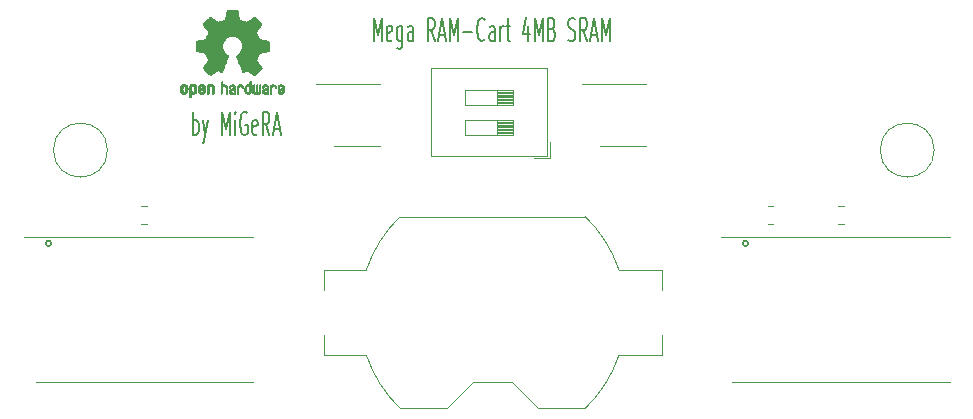
<source format=gto>
G04 #@! TF.GenerationSoftware,KiCad,Pcbnew,(5.1.10)-1*
G04 #@! TF.CreationDate,2024-02-11T23:09:16+03:00*
G04 #@! TF.ProjectId,4m_cy62167e_x2,346d5f63-7936-4323-9136-37655f78322e,1*
G04 #@! TF.SameCoordinates,Original*
G04 #@! TF.FileFunction,Legend,Top*
G04 #@! TF.FilePolarity,Positive*
%FSLAX46Y46*%
G04 Gerber Fmt 4.6, Leading zero omitted, Abs format (unit mm)*
G04 Created by KiCad (PCBNEW (5.1.10)-1) date 2024-02-11 23:09:16*
%MOMM*%
%LPD*%
G01*
G04 APERTURE LIST*
%ADD10C,0.200000*%
%ADD11C,0.120000*%
%ADD12C,0.100000*%
%ADD13C,0.150000*%
%ADD14C,0.010000*%
G04 APERTURE END LIST*
D10*
X80126342Y-148250161D02*
X80126342Y-146250161D01*
X80126342Y-147012066D02*
X80221580Y-146916828D01*
X80412057Y-146916828D01*
X80507295Y-147012066D01*
X80554914Y-147107304D01*
X80602533Y-147297780D01*
X80602533Y-147869209D01*
X80554914Y-148059685D01*
X80507295Y-148154923D01*
X80412057Y-148250161D01*
X80221580Y-148250161D01*
X80126342Y-148154923D01*
X80935866Y-146916828D02*
X81173961Y-148250161D01*
X81412057Y-146916828D02*
X81173961Y-148250161D01*
X81078723Y-148726352D01*
X81031104Y-148821590D01*
X80935866Y-148916828D01*
X82554914Y-148250161D02*
X82554914Y-146250161D01*
X82888247Y-147678733D01*
X83221580Y-146250161D01*
X83221580Y-148250161D01*
X83697771Y-148250161D02*
X83697771Y-146916828D01*
X83697771Y-146250161D02*
X83650152Y-146345400D01*
X83697771Y-146440638D01*
X83745390Y-146345400D01*
X83697771Y-146250161D01*
X83697771Y-146440638D01*
X84697771Y-146345400D02*
X84602533Y-146250161D01*
X84459676Y-146250161D01*
X84316819Y-146345400D01*
X84221580Y-146535876D01*
X84173961Y-146726352D01*
X84126342Y-147107304D01*
X84126342Y-147393019D01*
X84173961Y-147773971D01*
X84221580Y-147964447D01*
X84316819Y-148154923D01*
X84459676Y-148250161D01*
X84554914Y-148250161D01*
X84697771Y-148154923D01*
X84745390Y-148059685D01*
X84745390Y-147393019D01*
X84554914Y-147393019D01*
X85554914Y-148154923D02*
X85459676Y-148250161D01*
X85269199Y-148250161D01*
X85173961Y-148154923D01*
X85126342Y-147964447D01*
X85126342Y-147202542D01*
X85173961Y-147012066D01*
X85269199Y-146916828D01*
X85459676Y-146916828D01*
X85554914Y-147012066D01*
X85602533Y-147202542D01*
X85602533Y-147393019D01*
X85126342Y-147583495D01*
X86602533Y-148250161D02*
X86269199Y-147297780D01*
X86031104Y-148250161D02*
X86031104Y-146250161D01*
X86412057Y-146250161D01*
X86507295Y-146345400D01*
X86554914Y-146440638D01*
X86602533Y-146631114D01*
X86602533Y-146916828D01*
X86554914Y-147107304D01*
X86507295Y-147202542D01*
X86412057Y-147297780D01*
X86031104Y-147297780D01*
X86983485Y-147678733D02*
X87459676Y-147678733D01*
X86888247Y-148250161D02*
X87221580Y-146250161D01*
X87554914Y-148250161D01*
X95435400Y-140299961D02*
X95435400Y-138299961D01*
X95768733Y-139728533D01*
X96102066Y-138299961D01*
X96102066Y-140299961D01*
X96959209Y-140204723D02*
X96863971Y-140299961D01*
X96673495Y-140299961D01*
X96578257Y-140204723D01*
X96530638Y-140014247D01*
X96530638Y-139252342D01*
X96578257Y-139061866D01*
X96673495Y-138966628D01*
X96863971Y-138966628D01*
X96959209Y-139061866D01*
X97006828Y-139252342D01*
X97006828Y-139442819D01*
X96530638Y-139633295D01*
X97863971Y-138966628D02*
X97863971Y-140585676D01*
X97816352Y-140776152D01*
X97768733Y-140871390D01*
X97673495Y-140966628D01*
X97530638Y-140966628D01*
X97435400Y-140871390D01*
X97863971Y-140204723D02*
X97768733Y-140299961D01*
X97578257Y-140299961D01*
X97483019Y-140204723D01*
X97435400Y-140109485D01*
X97387780Y-139919009D01*
X97387780Y-139347580D01*
X97435400Y-139157104D01*
X97483019Y-139061866D01*
X97578257Y-138966628D01*
X97768733Y-138966628D01*
X97863971Y-139061866D01*
X98768733Y-140299961D02*
X98768733Y-139252342D01*
X98721114Y-139061866D01*
X98625876Y-138966628D01*
X98435400Y-138966628D01*
X98340161Y-139061866D01*
X98768733Y-140204723D02*
X98673495Y-140299961D01*
X98435400Y-140299961D01*
X98340161Y-140204723D01*
X98292542Y-140014247D01*
X98292542Y-139823771D01*
X98340161Y-139633295D01*
X98435400Y-139538057D01*
X98673495Y-139538057D01*
X98768733Y-139442819D01*
X100578257Y-140299961D02*
X100244923Y-139347580D01*
X100006828Y-140299961D02*
X100006828Y-138299961D01*
X100387780Y-138299961D01*
X100483019Y-138395200D01*
X100530638Y-138490438D01*
X100578257Y-138680914D01*
X100578257Y-138966628D01*
X100530638Y-139157104D01*
X100483019Y-139252342D01*
X100387780Y-139347580D01*
X100006828Y-139347580D01*
X100959209Y-139728533D02*
X101435400Y-139728533D01*
X100863971Y-140299961D02*
X101197304Y-138299961D01*
X101530638Y-140299961D01*
X101863971Y-140299961D02*
X101863971Y-138299961D01*
X102197304Y-139728533D01*
X102530638Y-138299961D01*
X102530638Y-140299961D01*
X103006828Y-139538057D02*
X103768733Y-139538057D01*
X104816352Y-140109485D02*
X104768733Y-140204723D01*
X104625876Y-140299961D01*
X104530638Y-140299961D01*
X104387780Y-140204723D01*
X104292542Y-140014247D01*
X104244923Y-139823771D01*
X104197304Y-139442819D01*
X104197304Y-139157104D01*
X104244923Y-138776152D01*
X104292542Y-138585676D01*
X104387780Y-138395200D01*
X104530638Y-138299961D01*
X104625876Y-138299961D01*
X104768733Y-138395200D01*
X104816352Y-138490438D01*
X105673495Y-140299961D02*
X105673495Y-139252342D01*
X105625876Y-139061866D01*
X105530638Y-138966628D01*
X105340161Y-138966628D01*
X105244923Y-139061866D01*
X105673495Y-140204723D02*
X105578257Y-140299961D01*
X105340161Y-140299961D01*
X105244923Y-140204723D01*
X105197304Y-140014247D01*
X105197304Y-139823771D01*
X105244923Y-139633295D01*
X105340161Y-139538057D01*
X105578257Y-139538057D01*
X105673495Y-139442819D01*
X106149685Y-140299961D02*
X106149685Y-138966628D01*
X106149685Y-139347580D02*
X106197304Y-139157104D01*
X106244923Y-139061866D01*
X106340161Y-138966628D01*
X106435400Y-138966628D01*
X106625876Y-138966628D02*
X107006828Y-138966628D01*
X106768733Y-138299961D02*
X106768733Y-140014247D01*
X106816352Y-140204723D01*
X106911590Y-140299961D01*
X107006828Y-140299961D01*
X108530638Y-138966628D02*
X108530638Y-140299961D01*
X108292542Y-138204723D02*
X108054447Y-139633295D01*
X108673495Y-139633295D01*
X109054447Y-140299961D02*
X109054447Y-138299961D01*
X109387780Y-139728533D01*
X109721114Y-138299961D01*
X109721114Y-140299961D01*
X110530638Y-139252342D02*
X110673495Y-139347580D01*
X110721114Y-139442819D01*
X110768733Y-139633295D01*
X110768733Y-139919009D01*
X110721114Y-140109485D01*
X110673495Y-140204723D01*
X110578257Y-140299961D01*
X110197304Y-140299961D01*
X110197304Y-138299961D01*
X110530638Y-138299961D01*
X110625876Y-138395200D01*
X110673495Y-138490438D01*
X110721114Y-138680914D01*
X110721114Y-138871390D01*
X110673495Y-139061866D01*
X110625876Y-139157104D01*
X110530638Y-139252342D01*
X110197304Y-139252342D01*
X111911590Y-140204723D02*
X112054447Y-140299961D01*
X112292542Y-140299961D01*
X112387780Y-140204723D01*
X112435400Y-140109485D01*
X112483019Y-139919009D01*
X112483019Y-139728533D01*
X112435400Y-139538057D01*
X112387780Y-139442819D01*
X112292542Y-139347580D01*
X112102066Y-139252342D01*
X112006828Y-139157104D01*
X111959209Y-139061866D01*
X111911590Y-138871390D01*
X111911590Y-138680914D01*
X111959209Y-138490438D01*
X112006828Y-138395200D01*
X112102066Y-138299961D01*
X112340161Y-138299961D01*
X112483019Y-138395200D01*
X113483019Y-140299961D02*
X113149685Y-139347580D01*
X112911590Y-140299961D02*
X112911590Y-138299961D01*
X113292542Y-138299961D01*
X113387780Y-138395200D01*
X113435400Y-138490438D01*
X113483019Y-138680914D01*
X113483019Y-138966628D01*
X113435400Y-139157104D01*
X113387780Y-139252342D01*
X113292542Y-139347580D01*
X112911590Y-139347580D01*
X113863971Y-139728533D02*
X114340161Y-139728533D01*
X113768733Y-140299961D02*
X114102066Y-138299961D01*
X114435400Y-140299961D01*
X114768733Y-140299961D02*
X114768733Y-138299961D01*
X115102066Y-139728533D01*
X115435400Y-138299961D01*
X115435400Y-140299961D01*
D11*
X94000000Y-143865000D02*
X90550000Y-143865000D01*
X94000000Y-143865000D02*
X95950000Y-143865000D01*
X94000000Y-149135000D02*
X92050000Y-149135000D01*
X94000000Y-149135000D02*
X95950000Y-149135000D01*
X116500000Y-143865000D02*
X113050000Y-143865000D01*
X116500000Y-143865000D02*
X118450000Y-143865000D01*
X116500000Y-149135000D02*
X114550000Y-149135000D01*
X116500000Y-149135000D02*
X118450000Y-149135000D01*
X128772936Y-155735000D02*
X129227064Y-155735000D01*
X128772936Y-154265000D02*
X129227064Y-154265000D01*
X110140000Y-149969000D02*
X100240000Y-149969000D01*
X110140000Y-142589000D02*
X100240000Y-142589000D01*
X110140000Y-149969000D02*
X110140000Y-142589000D01*
X100240000Y-149969000D02*
X100240000Y-142589000D01*
X110380000Y-150209000D02*
X108996000Y-150209000D01*
X110380000Y-150209000D02*
X110380000Y-148826000D01*
X107220000Y-148184000D02*
X107220000Y-146914000D01*
X107220000Y-146914000D02*
X103160000Y-146914000D01*
X103160000Y-146914000D02*
X103160000Y-148184000D01*
X103160000Y-148184000D02*
X107220000Y-148184000D01*
X107220000Y-148064000D02*
X105866667Y-148064000D01*
X107220000Y-147944000D02*
X105866667Y-147944000D01*
X107220000Y-147824000D02*
X105866667Y-147824000D01*
X107220000Y-147704000D02*
X105866667Y-147704000D01*
X107220000Y-147584000D02*
X105866667Y-147584000D01*
X107220000Y-147464000D02*
X105866667Y-147464000D01*
X107220000Y-147344000D02*
X105866667Y-147344000D01*
X107220000Y-147224000D02*
X105866667Y-147224000D01*
X107220000Y-147104000D02*
X105866667Y-147104000D01*
X107220000Y-146984000D02*
X105866667Y-146984000D01*
X105866667Y-148184000D02*
X105866667Y-146914000D01*
X107220000Y-145644000D02*
X107220000Y-144374000D01*
X107220000Y-144374000D02*
X103160000Y-144374000D01*
X103160000Y-144374000D02*
X103160000Y-145644000D01*
X103160000Y-145644000D02*
X107220000Y-145644000D01*
X107220000Y-145524000D02*
X105866667Y-145524000D01*
X107220000Y-145404000D02*
X105866667Y-145404000D01*
X107220000Y-145284000D02*
X105866667Y-145284000D01*
X107220000Y-145164000D02*
X105866667Y-145164000D01*
X107220000Y-145044000D02*
X105866667Y-145044000D01*
X107220000Y-144924000D02*
X105866667Y-144924000D01*
X107220000Y-144804000D02*
X105866667Y-144804000D01*
X107220000Y-144684000D02*
X105866667Y-144684000D01*
X107220000Y-144564000D02*
X105866667Y-144564000D01*
X107220000Y-144444000D02*
X105866667Y-144444000D01*
X105866667Y-145644000D02*
X105866667Y-144374000D01*
D12*
X85200000Y-156880000D02*
X65800000Y-156880000D01*
D11*
X66800000Y-169120000D02*
X85200000Y-169120000D01*
D13*
X68123607Y-157400000D02*
G75*
G03*
X68123607Y-157400000I-223607J0D01*
G01*
D12*
X144200000Y-156880000D02*
X124800000Y-156880000D01*
D11*
X125800000Y-169120000D02*
X144200000Y-169120000D01*
D13*
X127123607Y-157400000D02*
G75*
G03*
X127123607Y-157400000I-223607J0D01*
G01*
D11*
X72886000Y-149500000D02*
G75*
G03*
X72886000Y-149500000I-2286000J0D01*
G01*
D14*
G36*
X80207886Y-143897505D02*
G01*
X80282539Y-143934727D01*
X80348431Y-144003261D01*
X80366577Y-144028648D01*
X80386345Y-144061866D01*
X80399172Y-144097945D01*
X80406510Y-144146098D01*
X80409813Y-144215536D01*
X80410538Y-144307206D01*
X80407263Y-144432830D01*
X80395877Y-144527154D01*
X80374041Y-144597523D01*
X80339419Y-144651286D01*
X80289670Y-144695788D01*
X80286014Y-144698423D01*
X80236985Y-144725377D01*
X80177945Y-144738712D01*
X80102859Y-144742000D01*
X79980795Y-144742000D01*
X79980744Y-144860497D01*
X79979608Y-144926492D01*
X79972686Y-144965202D01*
X79954598Y-144988419D01*
X79919962Y-145007933D01*
X79911645Y-145011920D01*
X79872720Y-145030603D01*
X79842583Y-145042403D01*
X79820174Y-145043422D01*
X79804433Y-145029761D01*
X79794302Y-144997522D01*
X79788723Y-144942804D01*
X79786635Y-144861711D01*
X79786981Y-144750344D01*
X79788700Y-144604802D01*
X79789237Y-144561269D01*
X79791172Y-144411205D01*
X79792904Y-144313042D01*
X79980692Y-144313042D01*
X79981748Y-144396364D01*
X79986438Y-144450880D01*
X79997051Y-144486837D01*
X80015872Y-144514482D01*
X80028650Y-144527965D01*
X80080890Y-144567417D01*
X80127142Y-144570628D01*
X80174867Y-144538049D01*
X80176077Y-144536846D01*
X80195494Y-144511668D01*
X80207307Y-144477447D01*
X80213265Y-144424748D01*
X80215120Y-144344131D01*
X80215154Y-144326271D01*
X80210670Y-144215175D01*
X80196074Y-144138161D01*
X80169650Y-144091147D01*
X80129683Y-144070050D01*
X80106584Y-144067923D01*
X80051762Y-144077900D01*
X80014158Y-144110752D01*
X79991523Y-144170857D01*
X79981606Y-144262598D01*
X79980692Y-144313042D01*
X79792904Y-144313042D01*
X79793222Y-144295060D01*
X79795873Y-144207679D01*
X79799606Y-144143905D01*
X79804907Y-144098582D01*
X79812258Y-144066555D01*
X79822143Y-144042668D01*
X79835046Y-144021764D01*
X79840579Y-144013898D01*
X79913969Y-143939595D01*
X80006760Y-143897467D01*
X80114096Y-143885722D01*
X80207886Y-143897505D01*
G37*
X80207886Y-143897505D02*
X80282539Y-143934727D01*
X80348431Y-144003261D01*
X80366577Y-144028648D01*
X80386345Y-144061866D01*
X80399172Y-144097945D01*
X80406510Y-144146098D01*
X80409813Y-144215536D01*
X80410538Y-144307206D01*
X80407263Y-144432830D01*
X80395877Y-144527154D01*
X80374041Y-144597523D01*
X80339419Y-144651286D01*
X80289670Y-144695788D01*
X80286014Y-144698423D01*
X80236985Y-144725377D01*
X80177945Y-144738712D01*
X80102859Y-144742000D01*
X79980795Y-144742000D01*
X79980744Y-144860497D01*
X79979608Y-144926492D01*
X79972686Y-144965202D01*
X79954598Y-144988419D01*
X79919962Y-145007933D01*
X79911645Y-145011920D01*
X79872720Y-145030603D01*
X79842583Y-145042403D01*
X79820174Y-145043422D01*
X79804433Y-145029761D01*
X79794302Y-144997522D01*
X79788723Y-144942804D01*
X79786635Y-144861711D01*
X79786981Y-144750344D01*
X79788700Y-144604802D01*
X79789237Y-144561269D01*
X79791172Y-144411205D01*
X79792904Y-144313042D01*
X79980692Y-144313042D01*
X79981748Y-144396364D01*
X79986438Y-144450880D01*
X79997051Y-144486837D01*
X80015872Y-144514482D01*
X80028650Y-144527965D01*
X80080890Y-144567417D01*
X80127142Y-144570628D01*
X80174867Y-144538049D01*
X80176077Y-144536846D01*
X80195494Y-144511668D01*
X80207307Y-144477447D01*
X80213265Y-144424748D01*
X80215120Y-144344131D01*
X80215154Y-144326271D01*
X80210670Y-144215175D01*
X80196074Y-144138161D01*
X80169650Y-144091147D01*
X80129683Y-144070050D01*
X80106584Y-144067923D01*
X80051762Y-144077900D01*
X80014158Y-144110752D01*
X79991523Y-144170857D01*
X79981606Y-144262598D01*
X79980692Y-144313042D01*
X79792904Y-144313042D01*
X79793222Y-144295060D01*
X79795873Y-144207679D01*
X79799606Y-144143905D01*
X79804907Y-144098582D01*
X79812258Y-144066555D01*
X79822143Y-144042668D01*
X79835046Y-144021764D01*
X79840579Y-144013898D01*
X79913969Y-143939595D01*
X80006760Y-143897467D01*
X80114096Y-143885722D01*
X80207886Y-143897505D01*
G36*
X81710664Y-143908089D02*
G01*
X81773367Y-143944358D01*
X81816961Y-143980358D01*
X81848845Y-144018075D01*
X81870810Y-144064199D01*
X81884649Y-144125421D01*
X81892153Y-144208431D01*
X81895117Y-144319919D01*
X81895461Y-144400062D01*
X81895461Y-144695065D01*
X81729385Y-144769515D01*
X81719615Y-144446402D01*
X81715579Y-144325729D01*
X81711344Y-144238141D01*
X81706097Y-144177650D01*
X81699025Y-144138268D01*
X81689311Y-144114007D01*
X81676144Y-144098880D01*
X81671919Y-144095606D01*
X81607909Y-144070034D01*
X81543208Y-144080153D01*
X81504692Y-144107000D01*
X81489025Y-144126024D01*
X81478180Y-144150988D01*
X81471288Y-144188834D01*
X81467479Y-144246502D01*
X81465883Y-144330935D01*
X81465615Y-144418928D01*
X81465563Y-144529323D01*
X81463672Y-144607463D01*
X81457345Y-144660165D01*
X81443983Y-144694242D01*
X81420985Y-144716511D01*
X81385754Y-144733787D01*
X81338697Y-144751738D01*
X81287303Y-144771278D01*
X81293421Y-144424485D01*
X81295884Y-144299468D01*
X81298767Y-144207082D01*
X81302898Y-144140881D01*
X81309107Y-144094420D01*
X81318226Y-144061256D01*
X81331083Y-144034944D01*
X81346584Y-144011729D01*
X81421371Y-143937569D01*
X81512628Y-143894684D01*
X81611883Y-143884412D01*
X81710664Y-143908089D01*
G37*
X81710664Y-143908089D02*
X81773367Y-143944358D01*
X81816961Y-143980358D01*
X81848845Y-144018075D01*
X81870810Y-144064199D01*
X81884649Y-144125421D01*
X81892153Y-144208431D01*
X81895117Y-144319919D01*
X81895461Y-144400062D01*
X81895461Y-144695065D01*
X81729385Y-144769515D01*
X81719615Y-144446402D01*
X81715579Y-144325729D01*
X81711344Y-144238141D01*
X81706097Y-144177650D01*
X81699025Y-144138268D01*
X81689311Y-144114007D01*
X81676144Y-144098880D01*
X81671919Y-144095606D01*
X81607909Y-144070034D01*
X81543208Y-144080153D01*
X81504692Y-144107000D01*
X81489025Y-144126024D01*
X81478180Y-144150988D01*
X81471288Y-144188834D01*
X81467479Y-144246502D01*
X81465883Y-144330935D01*
X81465615Y-144418928D01*
X81465563Y-144529323D01*
X81463672Y-144607463D01*
X81457345Y-144660165D01*
X81443983Y-144694242D01*
X81420985Y-144716511D01*
X81385754Y-144733787D01*
X81338697Y-144751738D01*
X81287303Y-144771278D01*
X81293421Y-144424485D01*
X81295884Y-144299468D01*
X81298767Y-144207082D01*
X81302898Y-144140881D01*
X81309107Y-144094420D01*
X81318226Y-144061256D01*
X81331083Y-144034944D01*
X81346584Y-144011729D01*
X81421371Y-143937569D01*
X81512628Y-143894684D01*
X81611883Y-143884412D01*
X81710664Y-143908089D01*
G36*
X79455886Y-143900256D02*
G01*
X79547464Y-143948409D01*
X79615049Y-144025905D01*
X79639057Y-144075727D01*
X79657738Y-144150533D01*
X79667301Y-144245052D01*
X79668208Y-144348210D01*
X79660921Y-144448935D01*
X79645903Y-144536153D01*
X79623615Y-144598791D01*
X79616765Y-144609579D01*
X79535632Y-144690105D01*
X79439266Y-144738336D01*
X79334701Y-144752450D01*
X79228968Y-144730629D01*
X79199543Y-144717547D01*
X79142241Y-144677231D01*
X79091950Y-144623775D01*
X79087197Y-144616995D01*
X79067878Y-144584321D01*
X79055108Y-144549394D01*
X79047564Y-144503414D01*
X79043924Y-144437584D01*
X79042865Y-144343105D01*
X79042846Y-144321923D01*
X79042894Y-144315182D01*
X79238231Y-144315182D01*
X79239368Y-144404349D01*
X79243841Y-144463520D01*
X79253246Y-144501741D01*
X79269176Y-144528053D01*
X79277308Y-144536846D01*
X79324058Y-144570261D01*
X79369447Y-144568737D01*
X79415340Y-144539752D01*
X79442712Y-144508809D01*
X79458923Y-144463643D01*
X79468026Y-144392420D01*
X79468651Y-144384114D01*
X79470204Y-144255037D01*
X79453965Y-144159172D01*
X79420152Y-144097107D01*
X79368984Y-144069432D01*
X79350720Y-144067923D01*
X79302760Y-144075513D01*
X79269953Y-144101808D01*
X79249895Y-144152095D01*
X79240178Y-144231664D01*
X79238231Y-144315182D01*
X79042894Y-144315182D01*
X79043574Y-144221249D01*
X79046629Y-144150906D01*
X79053322Y-144102163D01*
X79064960Y-144066288D01*
X79082853Y-144034548D01*
X79086808Y-144028648D01*
X79153267Y-143949104D01*
X79225685Y-143902929D01*
X79313849Y-143884599D01*
X79343787Y-143883703D01*
X79455886Y-143900256D01*
G37*
X79455886Y-143900256D02*
X79547464Y-143948409D01*
X79615049Y-144025905D01*
X79639057Y-144075727D01*
X79657738Y-144150533D01*
X79667301Y-144245052D01*
X79668208Y-144348210D01*
X79660921Y-144448935D01*
X79645903Y-144536153D01*
X79623615Y-144598791D01*
X79616765Y-144609579D01*
X79535632Y-144690105D01*
X79439266Y-144738336D01*
X79334701Y-144752450D01*
X79228968Y-144730629D01*
X79199543Y-144717547D01*
X79142241Y-144677231D01*
X79091950Y-144623775D01*
X79087197Y-144616995D01*
X79067878Y-144584321D01*
X79055108Y-144549394D01*
X79047564Y-144503414D01*
X79043924Y-144437584D01*
X79042865Y-144343105D01*
X79042846Y-144321923D01*
X79042894Y-144315182D01*
X79238231Y-144315182D01*
X79239368Y-144404349D01*
X79243841Y-144463520D01*
X79253246Y-144501741D01*
X79269176Y-144528053D01*
X79277308Y-144536846D01*
X79324058Y-144570261D01*
X79369447Y-144568737D01*
X79415340Y-144539752D01*
X79442712Y-144508809D01*
X79458923Y-144463643D01*
X79468026Y-144392420D01*
X79468651Y-144384114D01*
X79470204Y-144255037D01*
X79453965Y-144159172D01*
X79420152Y-144097107D01*
X79368984Y-144069432D01*
X79350720Y-144067923D01*
X79302760Y-144075513D01*
X79269953Y-144101808D01*
X79249895Y-144152095D01*
X79240178Y-144231664D01*
X79238231Y-144315182D01*
X79042894Y-144315182D01*
X79043574Y-144221249D01*
X79046629Y-144150906D01*
X79053322Y-144102163D01*
X79064960Y-144066288D01*
X79082853Y-144034548D01*
X79086808Y-144028648D01*
X79153267Y-143949104D01*
X79225685Y-143902929D01*
X79313849Y-143884599D01*
X79343787Y-143883703D01*
X79455886Y-143900256D01*
G36*
X80973254Y-143912745D02*
G01*
X81050286Y-143964567D01*
X81109816Y-144039412D01*
X81145378Y-144134654D01*
X81152571Y-144204756D01*
X81151754Y-144234009D01*
X81144914Y-144256407D01*
X81126112Y-144276474D01*
X81089408Y-144298733D01*
X81028862Y-144327709D01*
X80938534Y-144367927D01*
X80938077Y-144368129D01*
X80854933Y-144406210D01*
X80786753Y-144440025D01*
X80740505Y-144465933D01*
X80723158Y-144480295D01*
X80723154Y-144480411D01*
X80738443Y-144511685D01*
X80774196Y-144546157D01*
X80815242Y-144570990D01*
X80836037Y-144575923D01*
X80892770Y-144558862D01*
X80941627Y-144516133D01*
X80965465Y-144469155D01*
X80988397Y-144434522D01*
X81033318Y-144395081D01*
X81086123Y-144361009D01*
X81132710Y-144342480D01*
X81142452Y-144341462D01*
X81153418Y-144358215D01*
X81154079Y-144401039D01*
X81146020Y-144458781D01*
X81130827Y-144520289D01*
X81110086Y-144574409D01*
X81109038Y-144576510D01*
X81046621Y-144663660D01*
X80965726Y-144722939D01*
X80873856Y-144752034D01*
X80778513Y-144748634D01*
X80687198Y-144710428D01*
X80683138Y-144707741D01*
X80611306Y-144642642D01*
X80564073Y-144557705D01*
X80537934Y-144446021D01*
X80534426Y-144414643D01*
X80528213Y-144266536D01*
X80535661Y-144197468D01*
X80723154Y-144197468D01*
X80725590Y-144240552D01*
X80738914Y-144253126D01*
X80772132Y-144243719D01*
X80824494Y-144221483D01*
X80883024Y-144193610D01*
X80884479Y-144192872D01*
X80934089Y-144166777D01*
X80954000Y-144149363D01*
X80949090Y-144131107D01*
X80928416Y-144107120D01*
X80875819Y-144072406D01*
X80819177Y-144069856D01*
X80768369Y-144095119D01*
X80733276Y-144143847D01*
X80723154Y-144197468D01*
X80535661Y-144197468D01*
X80540992Y-144148036D01*
X80573778Y-144054055D01*
X80619421Y-143988215D01*
X80701802Y-143921681D01*
X80792546Y-143888676D01*
X80885185Y-143886573D01*
X80973254Y-143912745D01*
G37*
X80973254Y-143912745D02*
X81050286Y-143964567D01*
X81109816Y-144039412D01*
X81145378Y-144134654D01*
X81152571Y-144204756D01*
X81151754Y-144234009D01*
X81144914Y-144256407D01*
X81126112Y-144276474D01*
X81089408Y-144298733D01*
X81028862Y-144327709D01*
X80938534Y-144367927D01*
X80938077Y-144368129D01*
X80854933Y-144406210D01*
X80786753Y-144440025D01*
X80740505Y-144465933D01*
X80723158Y-144480295D01*
X80723154Y-144480411D01*
X80738443Y-144511685D01*
X80774196Y-144546157D01*
X80815242Y-144570990D01*
X80836037Y-144575923D01*
X80892770Y-144558862D01*
X80941627Y-144516133D01*
X80965465Y-144469155D01*
X80988397Y-144434522D01*
X81033318Y-144395081D01*
X81086123Y-144361009D01*
X81132710Y-144342480D01*
X81142452Y-144341462D01*
X81153418Y-144358215D01*
X81154079Y-144401039D01*
X81146020Y-144458781D01*
X81130827Y-144520289D01*
X81110086Y-144574409D01*
X81109038Y-144576510D01*
X81046621Y-144663660D01*
X80965726Y-144722939D01*
X80873856Y-144752034D01*
X80778513Y-144748634D01*
X80687198Y-144710428D01*
X80683138Y-144707741D01*
X80611306Y-144642642D01*
X80564073Y-144557705D01*
X80537934Y-144446021D01*
X80534426Y-144414643D01*
X80528213Y-144266536D01*
X80535661Y-144197468D01*
X80723154Y-144197468D01*
X80725590Y-144240552D01*
X80738914Y-144253126D01*
X80772132Y-144243719D01*
X80824494Y-144221483D01*
X80883024Y-144193610D01*
X80884479Y-144192872D01*
X80934089Y-144166777D01*
X80954000Y-144149363D01*
X80949090Y-144131107D01*
X80928416Y-144107120D01*
X80875819Y-144072406D01*
X80819177Y-144069856D01*
X80768369Y-144095119D01*
X80733276Y-144143847D01*
X80723154Y-144197468D01*
X80535661Y-144197468D01*
X80540992Y-144148036D01*
X80573778Y-144054055D01*
X80619421Y-143988215D01*
X80701802Y-143921681D01*
X80792546Y-143888676D01*
X80885185Y-143886573D01*
X80973254Y-143912745D01*
G36*
X82598846Y-143805120D02*
G01*
X82604572Y-143884980D01*
X82611149Y-143932039D01*
X82620262Y-143952566D01*
X82633598Y-143952829D01*
X82637923Y-143950378D01*
X82695444Y-143932636D01*
X82770268Y-143933672D01*
X82846339Y-143951910D01*
X82893918Y-143975505D01*
X82942702Y-144013198D01*
X82978364Y-144055855D01*
X83002845Y-144110057D01*
X83018087Y-144182384D01*
X83026030Y-144279419D01*
X83028616Y-144407742D01*
X83028662Y-144432358D01*
X83028692Y-144708870D01*
X82967161Y-144730320D01*
X82923459Y-144744912D01*
X82899482Y-144751706D01*
X82898777Y-144751769D01*
X82896415Y-144733345D01*
X82894406Y-144682526D01*
X82892901Y-144605993D01*
X82892053Y-144510430D01*
X82891923Y-144452329D01*
X82891651Y-144337771D01*
X82890252Y-144255667D01*
X82886849Y-144199393D01*
X82880567Y-144162326D01*
X82870529Y-144137844D01*
X82855861Y-144119325D01*
X82846702Y-144110406D01*
X82783789Y-144074466D01*
X82715136Y-144071775D01*
X82652848Y-144102170D01*
X82641329Y-144113144D01*
X82624433Y-144133779D01*
X82612714Y-144158256D01*
X82605233Y-144193647D01*
X82601054Y-144247026D01*
X82599237Y-144325466D01*
X82598846Y-144433617D01*
X82598846Y-144708870D01*
X82537315Y-144730320D01*
X82493613Y-144744912D01*
X82469636Y-144751706D01*
X82468930Y-144751769D01*
X82467126Y-144733069D01*
X82465500Y-144680322D01*
X82464117Y-144598557D01*
X82463042Y-144492805D01*
X82462340Y-144368094D01*
X82462077Y-144229455D01*
X82462077Y-143694806D01*
X82589077Y-143641236D01*
X82598846Y-143805120D01*
G37*
X82598846Y-143805120D02*
X82604572Y-143884980D01*
X82611149Y-143932039D01*
X82620262Y-143952566D01*
X82633598Y-143952829D01*
X82637923Y-143950378D01*
X82695444Y-143932636D01*
X82770268Y-143933672D01*
X82846339Y-143951910D01*
X82893918Y-143975505D01*
X82942702Y-144013198D01*
X82978364Y-144055855D01*
X83002845Y-144110057D01*
X83018087Y-144182384D01*
X83026030Y-144279419D01*
X83028616Y-144407742D01*
X83028662Y-144432358D01*
X83028692Y-144708870D01*
X82967161Y-144730320D01*
X82923459Y-144744912D01*
X82899482Y-144751706D01*
X82898777Y-144751769D01*
X82896415Y-144733345D01*
X82894406Y-144682526D01*
X82892901Y-144605993D01*
X82892053Y-144510430D01*
X82891923Y-144452329D01*
X82891651Y-144337771D01*
X82890252Y-144255667D01*
X82886849Y-144199393D01*
X82880567Y-144162326D01*
X82870529Y-144137844D01*
X82855861Y-144119325D01*
X82846702Y-144110406D01*
X82783789Y-144074466D01*
X82715136Y-144071775D01*
X82652848Y-144102170D01*
X82641329Y-144113144D01*
X82624433Y-144133779D01*
X82612714Y-144158256D01*
X82605233Y-144193647D01*
X82601054Y-144247026D01*
X82599237Y-144325466D01*
X82598846Y-144433617D01*
X82598846Y-144708870D01*
X82537315Y-144730320D01*
X82493613Y-144744912D01*
X82469636Y-144751706D01*
X82468930Y-144751769D01*
X82467126Y-144733069D01*
X82465500Y-144680322D01*
X82464117Y-144598557D01*
X82463042Y-144492805D01*
X82462340Y-144368094D01*
X82462077Y-144229455D01*
X82462077Y-143694806D01*
X82589077Y-143641236D01*
X82598846Y-143805120D01*
G36*
X83492501Y-143939303D02*
G01*
X83569060Y-143967733D01*
X83569936Y-143968279D01*
X83617285Y-144003127D01*
X83652241Y-144043852D01*
X83676825Y-144096925D01*
X83693062Y-144168814D01*
X83702975Y-144265992D01*
X83708586Y-144394928D01*
X83709077Y-144413298D01*
X83716141Y-144690287D01*
X83656695Y-144721028D01*
X83613681Y-144741802D01*
X83587710Y-144751646D01*
X83586509Y-144751769D01*
X83582014Y-144733606D01*
X83578444Y-144684612D01*
X83576248Y-144613031D01*
X83575769Y-144555068D01*
X83575758Y-144461170D01*
X83571466Y-144402203D01*
X83556503Y-144374079D01*
X83524482Y-144372706D01*
X83469014Y-144393998D01*
X83385269Y-144433136D01*
X83323689Y-144465643D01*
X83292017Y-144493845D01*
X83282706Y-144524582D01*
X83282692Y-144526104D01*
X83298057Y-144579054D01*
X83343547Y-144607660D01*
X83413166Y-144611803D01*
X83463313Y-144611084D01*
X83489754Y-144625527D01*
X83506243Y-144660218D01*
X83515733Y-144704416D01*
X83502057Y-144729493D01*
X83496907Y-144733082D01*
X83448425Y-144747496D01*
X83380531Y-144749537D01*
X83310612Y-144739983D01*
X83261068Y-144722522D01*
X83192570Y-144664364D01*
X83153634Y-144583408D01*
X83145923Y-144520160D01*
X83151807Y-144463111D01*
X83173101Y-144416542D01*
X83215265Y-144375181D01*
X83283759Y-144333755D01*
X83384044Y-144286993D01*
X83390154Y-144284350D01*
X83480490Y-144242617D01*
X83536235Y-144208391D01*
X83560129Y-144177635D01*
X83554913Y-144146311D01*
X83523328Y-144110383D01*
X83513883Y-144102116D01*
X83450617Y-144070058D01*
X83385064Y-144071407D01*
X83327972Y-144102838D01*
X83290093Y-144161024D01*
X83286574Y-144172446D01*
X83252300Y-144227837D01*
X83208809Y-144254518D01*
X83145923Y-144280960D01*
X83145923Y-144212548D01*
X83165052Y-144113110D01*
X83221831Y-144021902D01*
X83251378Y-143991389D01*
X83318542Y-143952228D01*
X83403956Y-143934500D01*
X83492501Y-143939303D01*
G37*
X83492501Y-143939303D02*
X83569060Y-143967733D01*
X83569936Y-143968279D01*
X83617285Y-144003127D01*
X83652241Y-144043852D01*
X83676825Y-144096925D01*
X83693062Y-144168814D01*
X83702975Y-144265992D01*
X83708586Y-144394928D01*
X83709077Y-144413298D01*
X83716141Y-144690287D01*
X83656695Y-144721028D01*
X83613681Y-144741802D01*
X83587710Y-144751646D01*
X83586509Y-144751769D01*
X83582014Y-144733606D01*
X83578444Y-144684612D01*
X83576248Y-144613031D01*
X83575769Y-144555068D01*
X83575758Y-144461170D01*
X83571466Y-144402203D01*
X83556503Y-144374079D01*
X83524482Y-144372706D01*
X83469014Y-144393998D01*
X83385269Y-144433136D01*
X83323689Y-144465643D01*
X83292017Y-144493845D01*
X83282706Y-144524582D01*
X83282692Y-144526104D01*
X83298057Y-144579054D01*
X83343547Y-144607660D01*
X83413166Y-144611803D01*
X83463313Y-144611084D01*
X83489754Y-144625527D01*
X83506243Y-144660218D01*
X83515733Y-144704416D01*
X83502057Y-144729493D01*
X83496907Y-144733082D01*
X83448425Y-144747496D01*
X83380531Y-144749537D01*
X83310612Y-144739983D01*
X83261068Y-144722522D01*
X83192570Y-144664364D01*
X83153634Y-144583408D01*
X83145923Y-144520160D01*
X83151807Y-144463111D01*
X83173101Y-144416542D01*
X83215265Y-144375181D01*
X83283759Y-144333755D01*
X83384044Y-144286993D01*
X83390154Y-144284350D01*
X83480490Y-144242617D01*
X83536235Y-144208391D01*
X83560129Y-144177635D01*
X83554913Y-144146311D01*
X83523328Y-144110383D01*
X83513883Y-144102116D01*
X83450617Y-144070058D01*
X83385064Y-144071407D01*
X83327972Y-144102838D01*
X83290093Y-144161024D01*
X83286574Y-144172446D01*
X83252300Y-144227837D01*
X83208809Y-144254518D01*
X83145923Y-144280960D01*
X83145923Y-144212548D01*
X83165052Y-144113110D01*
X83221831Y-144021902D01*
X83251378Y-143991389D01*
X83318542Y-143952228D01*
X83403956Y-143934500D01*
X83492501Y-143939303D01*
G36*
X84152362Y-143937670D02*
G01*
X84241117Y-143970421D01*
X84313022Y-144028350D01*
X84341144Y-144069128D01*
X84371802Y-144143954D01*
X84371165Y-144198058D01*
X84338987Y-144234446D01*
X84327081Y-144240633D01*
X84275675Y-144259925D01*
X84249422Y-144254982D01*
X84240530Y-144222587D01*
X84240077Y-144204692D01*
X84223797Y-144138859D01*
X84181365Y-144092807D01*
X84122388Y-144070564D01*
X84056475Y-144076161D01*
X84002895Y-144105229D01*
X83984798Y-144121810D01*
X83971971Y-144141925D01*
X83963306Y-144172332D01*
X83957696Y-144219788D01*
X83954035Y-144291050D01*
X83951215Y-144392875D01*
X83950484Y-144425115D01*
X83947820Y-144535410D01*
X83944792Y-144613036D01*
X83940250Y-144664396D01*
X83933046Y-144695890D01*
X83922033Y-144713920D01*
X83906060Y-144724888D01*
X83895834Y-144729733D01*
X83852406Y-144746301D01*
X83826842Y-144751769D01*
X83818395Y-144733507D01*
X83813239Y-144678296D01*
X83811346Y-144585499D01*
X83812689Y-144454478D01*
X83813107Y-144434269D01*
X83816058Y-144314733D01*
X83819548Y-144227449D01*
X83824514Y-144165591D01*
X83831893Y-144122336D01*
X83842624Y-144090860D01*
X83857645Y-144064339D01*
X83865502Y-144052975D01*
X83910553Y-144002692D01*
X83960940Y-143963581D01*
X83967108Y-143960167D01*
X84057458Y-143933212D01*
X84152362Y-143937670D01*
G37*
X84152362Y-143937670D02*
X84241117Y-143970421D01*
X84313022Y-144028350D01*
X84341144Y-144069128D01*
X84371802Y-144143954D01*
X84371165Y-144198058D01*
X84338987Y-144234446D01*
X84327081Y-144240633D01*
X84275675Y-144259925D01*
X84249422Y-144254982D01*
X84240530Y-144222587D01*
X84240077Y-144204692D01*
X84223797Y-144138859D01*
X84181365Y-144092807D01*
X84122388Y-144070564D01*
X84056475Y-144076161D01*
X84002895Y-144105229D01*
X83984798Y-144121810D01*
X83971971Y-144141925D01*
X83963306Y-144172332D01*
X83957696Y-144219788D01*
X83954035Y-144291050D01*
X83951215Y-144392875D01*
X83950484Y-144425115D01*
X83947820Y-144535410D01*
X83944792Y-144613036D01*
X83940250Y-144664396D01*
X83933046Y-144695890D01*
X83922033Y-144713920D01*
X83906060Y-144724888D01*
X83895834Y-144729733D01*
X83852406Y-144746301D01*
X83826842Y-144751769D01*
X83818395Y-144733507D01*
X83813239Y-144678296D01*
X83811346Y-144585499D01*
X83812689Y-144454478D01*
X83813107Y-144434269D01*
X83816058Y-144314733D01*
X83819548Y-144227449D01*
X83824514Y-144165591D01*
X83831893Y-144122336D01*
X83842624Y-144090860D01*
X83857645Y-144064339D01*
X83865502Y-144052975D01*
X83910553Y-144002692D01*
X83960940Y-143963581D01*
X83967108Y-143960167D01*
X84057458Y-143933212D01*
X84152362Y-143937670D01*
G36*
X85041081Y-144093289D02*
G01*
X85040833Y-144239320D01*
X85039872Y-144351655D01*
X85037794Y-144435678D01*
X85034193Y-144496769D01*
X85028665Y-144540309D01*
X85020804Y-144571679D01*
X85010207Y-144596262D01*
X85002182Y-144610294D01*
X84935728Y-144686388D01*
X84851470Y-144734084D01*
X84758249Y-144751199D01*
X84664900Y-144735546D01*
X84609312Y-144707418D01*
X84550957Y-144658760D01*
X84511186Y-144599333D01*
X84487190Y-144521507D01*
X84476161Y-144417652D01*
X84474599Y-144341462D01*
X84474809Y-144335986D01*
X84611308Y-144335986D01*
X84612141Y-144423355D01*
X84615961Y-144481192D01*
X84624746Y-144519029D01*
X84640474Y-144546398D01*
X84659266Y-144567042D01*
X84722375Y-144606890D01*
X84790137Y-144610295D01*
X84854179Y-144577025D01*
X84859164Y-144572517D01*
X84880439Y-144549067D01*
X84893779Y-144521166D01*
X84901001Y-144479641D01*
X84903923Y-144415316D01*
X84904385Y-144344200D01*
X84903383Y-144254858D01*
X84899238Y-144195258D01*
X84890236Y-144156089D01*
X84874667Y-144128040D01*
X84861902Y-144113144D01*
X84802600Y-144075575D01*
X84734301Y-144071057D01*
X84669110Y-144099753D01*
X84656528Y-144110406D01*
X84635111Y-144134063D01*
X84621744Y-144162251D01*
X84614566Y-144204245D01*
X84611719Y-144269319D01*
X84611308Y-144335986D01*
X84474809Y-144335986D01*
X84479322Y-144218765D01*
X84495362Y-144126577D01*
X84525528Y-144057269D01*
X84572629Y-144003211D01*
X84609312Y-143975505D01*
X84675990Y-143945572D01*
X84753272Y-143931678D01*
X84825110Y-143935397D01*
X84865308Y-143950400D01*
X84881082Y-143954670D01*
X84891550Y-143938750D01*
X84898856Y-143896089D01*
X84904385Y-143831106D01*
X84910437Y-143758732D01*
X84918844Y-143715187D01*
X84934141Y-143690287D01*
X84960864Y-143673845D01*
X84977654Y-143666564D01*
X85041154Y-143639963D01*
X85041081Y-144093289D01*
G37*
X85041081Y-144093289D02*
X85040833Y-144239320D01*
X85039872Y-144351655D01*
X85037794Y-144435678D01*
X85034193Y-144496769D01*
X85028665Y-144540309D01*
X85020804Y-144571679D01*
X85010207Y-144596262D01*
X85002182Y-144610294D01*
X84935728Y-144686388D01*
X84851470Y-144734084D01*
X84758249Y-144751199D01*
X84664900Y-144735546D01*
X84609312Y-144707418D01*
X84550957Y-144658760D01*
X84511186Y-144599333D01*
X84487190Y-144521507D01*
X84476161Y-144417652D01*
X84474599Y-144341462D01*
X84474809Y-144335986D01*
X84611308Y-144335986D01*
X84612141Y-144423355D01*
X84615961Y-144481192D01*
X84624746Y-144519029D01*
X84640474Y-144546398D01*
X84659266Y-144567042D01*
X84722375Y-144606890D01*
X84790137Y-144610295D01*
X84854179Y-144577025D01*
X84859164Y-144572517D01*
X84880439Y-144549067D01*
X84893779Y-144521166D01*
X84901001Y-144479641D01*
X84903923Y-144415316D01*
X84904385Y-144344200D01*
X84903383Y-144254858D01*
X84899238Y-144195258D01*
X84890236Y-144156089D01*
X84874667Y-144128040D01*
X84861902Y-144113144D01*
X84802600Y-144075575D01*
X84734301Y-144071057D01*
X84669110Y-144099753D01*
X84656528Y-144110406D01*
X84635111Y-144134063D01*
X84621744Y-144162251D01*
X84614566Y-144204245D01*
X84611719Y-144269319D01*
X84611308Y-144335986D01*
X84474809Y-144335986D01*
X84479322Y-144218765D01*
X84495362Y-144126577D01*
X84525528Y-144057269D01*
X84572629Y-144003211D01*
X84609312Y-143975505D01*
X84675990Y-143945572D01*
X84753272Y-143931678D01*
X84825110Y-143935397D01*
X84865308Y-143950400D01*
X84881082Y-143954670D01*
X84891550Y-143938750D01*
X84898856Y-143896089D01*
X84904385Y-143831106D01*
X84910437Y-143758732D01*
X84918844Y-143715187D01*
X84934141Y-143690287D01*
X84960864Y-143673845D01*
X84977654Y-143666564D01*
X85041154Y-143639963D01*
X85041081Y-144093289D01*
G36*
X85834929Y-143949662D02*
G01*
X85837911Y-144001068D01*
X85840247Y-144079192D01*
X85841749Y-144177857D01*
X85842231Y-144281343D01*
X85842231Y-144631533D01*
X85780401Y-144693363D01*
X85737793Y-144731462D01*
X85700390Y-144746895D01*
X85649270Y-144745918D01*
X85628978Y-144743433D01*
X85565554Y-144736200D01*
X85513095Y-144732055D01*
X85500308Y-144731672D01*
X85457199Y-144734176D01*
X85395544Y-144740462D01*
X85371638Y-144743433D01*
X85312922Y-144748028D01*
X85273464Y-144738046D01*
X85234338Y-144707228D01*
X85220215Y-144693363D01*
X85158385Y-144631533D01*
X85158385Y-143976503D01*
X85208150Y-143953829D01*
X85251002Y-143937034D01*
X85276073Y-143931154D01*
X85282501Y-143949736D01*
X85288509Y-144001655D01*
X85293697Y-144081172D01*
X85297664Y-144182546D01*
X85299577Y-144268192D01*
X85304923Y-144605231D01*
X85351560Y-144611825D01*
X85393976Y-144607214D01*
X85414760Y-144592287D01*
X85420570Y-144564377D01*
X85425530Y-144504925D01*
X85429246Y-144421466D01*
X85431324Y-144321532D01*
X85431624Y-144270104D01*
X85431923Y-143974054D01*
X85493454Y-143952604D01*
X85537004Y-143938020D01*
X85560694Y-143931219D01*
X85561377Y-143931154D01*
X85563754Y-143949642D01*
X85566366Y-144000906D01*
X85568995Y-144078649D01*
X85571421Y-144176574D01*
X85573115Y-144268192D01*
X85578461Y-144605231D01*
X85695692Y-144605231D01*
X85701072Y-144297746D01*
X85706451Y-143990261D01*
X85763601Y-143960707D01*
X85805797Y-143940413D01*
X85830770Y-143931204D01*
X85831491Y-143931154D01*
X85834929Y-143949662D01*
G37*
X85834929Y-143949662D02*
X85837911Y-144001068D01*
X85840247Y-144079192D01*
X85841749Y-144177857D01*
X85842231Y-144281343D01*
X85842231Y-144631533D01*
X85780401Y-144693363D01*
X85737793Y-144731462D01*
X85700390Y-144746895D01*
X85649270Y-144745918D01*
X85628978Y-144743433D01*
X85565554Y-144736200D01*
X85513095Y-144732055D01*
X85500308Y-144731672D01*
X85457199Y-144734176D01*
X85395544Y-144740462D01*
X85371638Y-144743433D01*
X85312922Y-144748028D01*
X85273464Y-144738046D01*
X85234338Y-144707228D01*
X85220215Y-144693363D01*
X85158385Y-144631533D01*
X85158385Y-143976503D01*
X85208150Y-143953829D01*
X85251002Y-143937034D01*
X85276073Y-143931154D01*
X85282501Y-143949736D01*
X85288509Y-144001655D01*
X85293697Y-144081172D01*
X85297664Y-144182546D01*
X85299577Y-144268192D01*
X85304923Y-144605231D01*
X85351560Y-144611825D01*
X85393976Y-144607214D01*
X85414760Y-144592287D01*
X85420570Y-144564377D01*
X85425530Y-144504925D01*
X85429246Y-144421466D01*
X85431324Y-144321532D01*
X85431624Y-144270104D01*
X85431923Y-143974054D01*
X85493454Y-143952604D01*
X85537004Y-143938020D01*
X85560694Y-143931219D01*
X85561377Y-143931154D01*
X85563754Y-143949642D01*
X85566366Y-144000906D01*
X85568995Y-144078649D01*
X85571421Y-144176574D01*
X85573115Y-144268192D01*
X85578461Y-144605231D01*
X85695692Y-144605231D01*
X85701072Y-144297746D01*
X85706451Y-143990261D01*
X85763601Y-143960707D01*
X85805797Y-143940413D01*
X85830770Y-143931204D01*
X85831491Y-143931154D01*
X85834929Y-143949662D01*
G36*
X86326333Y-143946528D02*
G01*
X86382590Y-143972117D01*
X86426747Y-144003124D01*
X86459101Y-144037795D01*
X86481438Y-144082520D01*
X86495546Y-144143692D01*
X86503211Y-144227701D01*
X86506220Y-144340940D01*
X86506538Y-144415509D01*
X86506538Y-144706420D01*
X86456773Y-144729095D01*
X86417576Y-144745667D01*
X86398157Y-144751769D01*
X86394442Y-144733610D01*
X86391495Y-144684648D01*
X86389691Y-144613153D01*
X86389308Y-144556385D01*
X86387661Y-144474371D01*
X86383222Y-144409309D01*
X86376740Y-144369467D01*
X86371590Y-144361000D01*
X86336977Y-144369646D01*
X86282640Y-144391823D01*
X86219722Y-144421886D01*
X86159368Y-144454192D01*
X86112721Y-144483098D01*
X86090926Y-144502961D01*
X86090839Y-144503175D01*
X86092714Y-144539935D01*
X86109525Y-144575026D01*
X86139039Y-144603528D01*
X86182116Y-144613061D01*
X86218932Y-144611950D01*
X86271074Y-144611133D01*
X86298444Y-144623349D01*
X86314882Y-144655624D01*
X86316955Y-144661710D01*
X86324081Y-144707739D01*
X86305024Y-144735687D01*
X86255353Y-144749007D01*
X86201697Y-144751470D01*
X86105142Y-144733210D01*
X86055159Y-144707131D01*
X85993429Y-144645868D01*
X85960690Y-144570670D01*
X85957753Y-144491211D01*
X85985424Y-144417167D01*
X86027047Y-144370769D01*
X86068604Y-144344793D01*
X86133922Y-144311907D01*
X86210038Y-144278557D01*
X86222726Y-144273461D01*
X86306333Y-144236565D01*
X86354530Y-144204046D01*
X86370030Y-144171718D01*
X86355550Y-144135394D01*
X86330692Y-144107000D01*
X86271939Y-144072039D01*
X86207293Y-144069417D01*
X86148008Y-144096358D01*
X86105339Y-144150088D01*
X86099739Y-144163950D01*
X86067133Y-144214936D01*
X86019530Y-144252787D01*
X85959461Y-144283850D01*
X85959461Y-144195768D01*
X85962997Y-144141951D01*
X85978156Y-144099534D01*
X86011768Y-144054279D01*
X86044035Y-144019420D01*
X86094209Y-143970062D01*
X86133193Y-143943547D01*
X86175064Y-143932911D01*
X86222460Y-143931154D01*
X86326333Y-143946528D01*
G37*
X86326333Y-143946528D02*
X86382590Y-143972117D01*
X86426747Y-144003124D01*
X86459101Y-144037795D01*
X86481438Y-144082520D01*
X86495546Y-144143692D01*
X86503211Y-144227701D01*
X86506220Y-144340940D01*
X86506538Y-144415509D01*
X86506538Y-144706420D01*
X86456773Y-144729095D01*
X86417576Y-144745667D01*
X86398157Y-144751769D01*
X86394442Y-144733610D01*
X86391495Y-144684648D01*
X86389691Y-144613153D01*
X86389308Y-144556385D01*
X86387661Y-144474371D01*
X86383222Y-144409309D01*
X86376740Y-144369467D01*
X86371590Y-144361000D01*
X86336977Y-144369646D01*
X86282640Y-144391823D01*
X86219722Y-144421886D01*
X86159368Y-144454192D01*
X86112721Y-144483098D01*
X86090926Y-144502961D01*
X86090839Y-144503175D01*
X86092714Y-144539935D01*
X86109525Y-144575026D01*
X86139039Y-144603528D01*
X86182116Y-144613061D01*
X86218932Y-144611950D01*
X86271074Y-144611133D01*
X86298444Y-144623349D01*
X86314882Y-144655624D01*
X86316955Y-144661710D01*
X86324081Y-144707739D01*
X86305024Y-144735687D01*
X86255353Y-144749007D01*
X86201697Y-144751470D01*
X86105142Y-144733210D01*
X86055159Y-144707131D01*
X85993429Y-144645868D01*
X85960690Y-144570670D01*
X85957753Y-144491211D01*
X85985424Y-144417167D01*
X86027047Y-144370769D01*
X86068604Y-144344793D01*
X86133922Y-144311907D01*
X86210038Y-144278557D01*
X86222726Y-144273461D01*
X86306333Y-144236565D01*
X86354530Y-144204046D01*
X86370030Y-144171718D01*
X86355550Y-144135394D01*
X86330692Y-144107000D01*
X86271939Y-144072039D01*
X86207293Y-144069417D01*
X86148008Y-144096358D01*
X86105339Y-144150088D01*
X86099739Y-144163950D01*
X86067133Y-144214936D01*
X86019530Y-144252787D01*
X85959461Y-144283850D01*
X85959461Y-144195768D01*
X85962997Y-144141951D01*
X85978156Y-144099534D01*
X86011768Y-144054279D01*
X86044035Y-144019420D01*
X86094209Y-143970062D01*
X86133193Y-143943547D01*
X86175064Y-143932911D01*
X86222460Y-143931154D01*
X86326333Y-143946528D01*
G36*
X87009807Y-143949782D02*
G01*
X87033161Y-143959988D01*
X87088902Y-144004134D01*
X87136569Y-144067967D01*
X87166048Y-144136087D01*
X87170846Y-144169670D01*
X87154760Y-144216556D01*
X87119475Y-144241365D01*
X87081644Y-144256387D01*
X87064321Y-144259155D01*
X87055886Y-144239066D01*
X87039230Y-144195351D01*
X87031923Y-144175598D01*
X86990948Y-144107271D01*
X86931622Y-144073191D01*
X86855552Y-144074239D01*
X86849918Y-144075581D01*
X86809305Y-144094836D01*
X86779448Y-144132375D01*
X86759055Y-144192809D01*
X86746836Y-144280751D01*
X86741500Y-144400813D01*
X86741000Y-144464698D01*
X86740752Y-144565403D01*
X86739126Y-144634054D01*
X86734801Y-144677673D01*
X86726454Y-144703282D01*
X86712765Y-144717903D01*
X86692411Y-144728558D01*
X86691234Y-144729095D01*
X86652038Y-144745667D01*
X86632619Y-144751769D01*
X86629635Y-144733319D01*
X86627081Y-144682323D01*
X86625140Y-144605308D01*
X86623997Y-144508805D01*
X86623769Y-144438184D01*
X86624932Y-144301525D01*
X86629479Y-144197851D01*
X86638999Y-144121108D01*
X86655081Y-144065246D01*
X86679313Y-144024212D01*
X86713286Y-143991954D01*
X86746833Y-143969440D01*
X86827499Y-143939476D01*
X86921381Y-143932718D01*
X87009807Y-143949782D01*
G37*
X87009807Y-143949782D02*
X87033161Y-143959988D01*
X87088902Y-144004134D01*
X87136569Y-144067967D01*
X87166048Y-144136087D01*
X87170846Y-144169670D01*
X87154760Y-144216556D01*
X87119475Y-144241365D01*
X87081644Y-144256387D01*
X87064321Y-144259155D01*
X87055886Y-144239066D01*
X87039230Y-144195351D01*
X87031923Y-144175598D01*
X86990948Y-144107271D01*
X86931622Y-144073191D01*
X86855552Y-144074239D01*
X86849918Y-144075581D01*
X86809305Y-144094836D01*
X86779448Y-144132375D01*
X86759055Y-144192809D01*
X86746836Y-144280751D01*
X86741500Y-144400813D01*
X86741000Y-144464698D01*
X86740752Y-144565403D01*
X86739126Y-144634054D01*
X86734801Y-144677673D01*
X86726454Y-144703282D01*
X86712765Y-144717903D01*
X86692411Y-144728558D01*
X86691234Y-144729095D01*
X86652038Y-144745667D01*
X86632619Y-144751769D01*
X86629635Y-144733319D01*
X86627081Y-144682323D01*
X86625140Y-144605308D01*
X86623997Y-144508805D01*
X86623769Y-144438184D01*
X86624932Y-144301525D01*
X86629479Y-144197851D01*
X86638999Y-144121108D01*
X86655081Y-144065246D01*
X86679313Y-144024212D01*
X86713286Y-143991954D01*
X86746833Y-143969440D01*
X86827499Y-143939476D01*
X86921381Y-143932718D01*
X87009807Y-143949782D01*
G36*
X87684224Y-143960838D02*
G01*
X87761528Y-144011361D01*
X87798814Y-144056590D01*
X87828353Y-144138663D01*
X87830699Y-144203607D01*
X87825385Y-144290445D01*
X87625115Y-144378103D01*
X87527739Y-144422887D01*
X87464113Y-144458913D01*
X87431029Y-144490117D01*
X87425280Y-144520436D01*
X87443658Y-144553805D01*
X87463923Y-144575923D01*
X87522889Y-144611393D01*
X87587024Y-144613879D01*
X87645926Y-144586235D01*
X87689197Y-144531320D01*
X87696936Y-144511928D01*
X87734006Y-144451364D01*
X87776654Y-144425552D01*
X87835154Y-144403471D01*
X87835154Y-144487184D01*
X87829982Y-144544150D01*
X87809723Y-144592189D01*
X87767262Y-144647346D01*
X87760951Y-144654514D01*
X87713720Y-144703585D01*
X87673121Y-144729920D01*
X87622328Y-144742035D01*
X87580220Y-144746003D01*
X87504902Y-144746991D01*
X87451286Y-144734466D01*
X87417838Y-144715869D01*
X87365268Y-144674975D01*
X87328879Y-144630748D01*
X87305850Y-144575126D01*
X87293359Y-144500047D01*
X87288587Y-144397449D01*
X87288206Y-144345376D01*
X87289501Y-144282948D01*
X87407471Y-144282948D01*
X87408839Y-144316438D01*
X87412249Y-144321923D01*
X87434753Y-144314472D01*
X87483182Y-144294753D01*
X87547908Y-144266718D01*
X87561443Y-144260692D01*
X87643244Y-144219096D01*
X87688312Y-144182538D01*
X87698217Y-144148296D01*
X87674526Y-144113648D01*
X87654960Y-144098339D01*
X87584360Y-144067721D01*
X87518280Y-144072780D01*
X87462959Y-144110151D01*
X87424636Y-144176473D01*
X87412349Y-144229116D01*
X87407471Y-144282948D01*
X87289501Y-144282948D01*
X87290730Y-144223720D01*
X87300032Y-144133710D01*
X87318460Y-144068167D01*
X87348360Y-144019912D01*
X87392080Y-143981767D01*
X87411141Y-143969440D01*
X87497726Y-143937336D01*
X87592522Y-143935316D01*
X87684224Y-143960838D01*
G37*
X87684224Y-143960838D02*
X87761528Y-144011361D01*
X87798814Y-144056590D01*
X87828353Y-144138663D01*
X87830699Y-144203607D01*
X87825385Y-144290445D01*
X87625115Y-144378103D01*
X87527739Y-144422887D01*
X87464113Y-144458913D01*
X87431029Y-144490117D01*
X87425280Y-144520436D01*
X87443658Y-144553805D01*
X87463923Y-144575923D01*
X87522889Y-144611393D01*
X87587024Y-144613879D01*
X87645926Y-144586235D01*
X87689197Y-144531320D01*
X87696936Y-144511928D01*
X87734006Y-144451364D01*
X87776654Y-144425552D01*
X87835154Y-144403471D01*
X87835154Y-144487184D01*
X87829982Y-144544150D01*
X87809723Y-144592189D01*
X87767262Y-144647346D01*
X87760951Y-144654514D01*
X87713720Y-144703585D01*
X87673121Y-144729920D01*
X87622328Y-144742035D01*
X87580220Y-144746003D01*
X87504902Y-144746991D01*
X87451286Y-144734466D01*
X87417838Y-144715869D01*
X87365268Y-144674975D01*
X87328879Y-144630748D01*
X87305850Y-144575126D01*
X87293359Y-144500047D01*
X87288587Y-144397449D01*
X87288206Y-144345376D01*
X87289501Y-144282948D01*
X87407471Y-144282948D01*
X87408839Y-144316438D01*
X87412249Y-144321923D01*
X87434753Y-144314472D01*
X87483182Y-144294753D01*
X87547908Y-144266718D01*
X87561443Y-144260692D01*
X87643244Y-144219096D01*
X87688312Y-144182538D01*
X87698217Y-144148296D01*
X87674526Y-144113648D01*
X87654960Y-144098339D01*
X87584360Y-144067721D01*
X87518280Y-144072780D01*
X87462959Y-144110151D01*
X87424636Y-144176473D01*
X87412349Y-144229116D01*
X87407471Y-144282948D01*
X87289501Y-144282948D01*
X87290730Y-144223720D01*
X87300032Y-144133710D01*
X87318460Y-144068167D01*
X87348360Y-144019912D01*
X87392080Y-143981767D01*
X87411141Y-143969440D01*
X87497726Y-143937336D01*
X87592522Y-143935316D01*
X87684224Y-143960838D01*
G36*
X83578878Y-137600776D02*
G01*
X83684612Y-137601355D01*
X83761132Y-137602922D01*
X83813372Y-137605972D01*
X83846263Y-137610996D01*
X83864737Y-137618489D01*
X83873727Y-137628944D01*
X83878163Y-137642853D01*
X83878594Y-137644654D01*
X83885333Y-137677145D01*
X83897808Y-137741252D01*
X83914719Y-137830151D01*
X83934771Y-137937019D01*
X83956664Y-138055033D01*
X83957429Y-138059178D01*
X83979359Y-138174831D01*
X83999877Y-138277014D01*
X84017659Y-138359598D01*
X84031381Y-138416456D01*
X84039718Y-138441458D01*
X84040116Y-138441901D01*
X84064677Y-138454110D01*
X84115315Y-138474456D01*
X84181095Y-138498545D01*
X84181461Y-138498674D01*
X84264317Y-138529818D01*
X84362000Y-138569491D01*
X84454077Y-138609381D01*
X84458434Y-138611353D01*
X84608407Y-138679420D01*
X84940498Y-138452639D01*
X85042374Y-138383504D01*
X85134657Y-138321697D01*
X85212003Y-138270733D01*
X85269064Y-138234127D01*
X85300495Y-138215394D01*
X85303479Y-138214004D01*
X85326321Y-138220190D01*
X85368982Y-138250035D01*
X85433128Y-138304947D01*
X85520421Y-138386334D01*
X85609535Y-138472922D01*
X85695441Y-138558247D01*
X85772327Y-138636108D01*
X85835564Y-138701697D01*
X85880523Y-138750205D01*
X85902576Y-138776825D01*
X85903396Y-138778195D01*
X85905834Y-138796463D01*
X85896650Y-138826295D01*
X85873574Y-138871721D01*
X85834337Y-138936770D01*
X85776670Y-139025470D01*
X85699795Y-139139657D01*
X85631570Y-139240162D01*
X85570582Y-139330303D01*
X85520356Y-139404849D01*
X85484416Y-139458565D01*
X85466287Y-139486218D01*
X85465146Y-139488095D01*
X85467359Y-139514590D01*
X85484138Y-139566086D01*
X85512142Y-139632851D01*
X85522122Y-139654172D01*
X85565672Y-139749159D01*
X85612134Y-139856937D01*
X85649877Y-139950192D01*
X85677073Y-140019406D01*
X85698675Y-140072006D01*
X85711158Y-140099497D01*
X85712709Y-140101616D01*
X85735668Y-140105124D01*
X85789786Y-140114738D01*
X85867868Y-140129089D01*
X85962719Y-140146807D01*
X86067143Y-140166525D01*
X86173944Y-140186874D01*
X86275926Y-140206486D01*
X86365894Y-140223991D01*
X86436653Y-140238022D01*
X86481006Y-140247209D01*
X86491885Y-140249807D01*
X86503122Y-140256218D01*
X86511605Y-140270697D01*
X86517714Y-140298133D01*
X86521832Y-140343411D01*
X86524341Y-140411420D01*
X86525621Y-140507047D01*
X86526054Y-140635180D01*
X86526077Y-140687701D01*
X86526077Y-141114845D01*
X86423500Y-141135091D01*
X86366431Y-141146070D01*
X86281269Y-141162095D01*
X86178372Y-141181233D01*
X86068096Y-141201551D01*
X86037615Y-141207132D01*
X85935855Y-141226917D01*
X85847205Y-141246373D01*
X85779108Y-141263697D01*
X85739004Y-141277088D01*
X85732323Y-141281079D01*
X85715919Y-141309342D01*
X85692399Y-141364109D01*
X85666316Y-141434588D01*
X85661142Y-141449769D01*
X85626956Y-141543896D01*
X85584523Y-141650101D01*
X85542997Y-141745473D01*
X85542792Y-141745916D01*
X85473640Y-141895525D01*
X85928512Y-142564617D01*
X85636500Y-142857116D01*
X85548180Y-142944170D01*
X85467625Y-143020909D01*
X85399360Y-143083237D01*
X85347908Y-143127056D01*
X85317794Y-143148270D01*
X85313474Y-143149616D01*
X85288111Y-143139016D01*
X85236358Y-143109547D01*
X85163868Y-143064705D01*
X85076294Y-143007984D01*
X84981612Y-142944462D01*
X84885516Y-142879668D01*
X84799837Y-142823287D01*
X84730016Y-142778788D01*
X84681494Y-142749639D01*
X84659782Y-142739308D01*
X84633293Y-142748050D01*
X84583062Y-142771087D01*
X84519451Y-142803631D01*
X84512708Y-142807249D01*
X84427046Y-142850210D01*
X84368306Y-142871279D01*
X84331772Y-142871503D01*
X84312731Y-142851928D01*
X84312620Y-142851654D01*
X84303102Y-142828472D01*
X84280403Y-142773441D01*
X84246282Y-142690822D01*
X84202500Y-142584872D01*
X84150816Y-142459852D01*
X84092992Y-142320020D01*
X84036991Y-142184637D01*
X83975447Y-142035234D01*
X83918939Y-141896832D01*
X83869161Y-141773673D01*
X83827806Y-141670002D01*
X83796568Y-141590059D01*
X83777141Y-141538088D01*
X83771154Y-141518692D01*
X83786168Y-141496443D01*
X83825439Y-141460982D01*
X83877807Y-141421887D01*
X84026941Y-141298245D01*
X84143511Y-141156522D01*
X84226118Y-140999704D01*
X84273366Y-140830775D01*
X84283857Y-140652722D01*
X84276231Y-140570539D01*
X84234682Y-140400031D01*
X84163123Y-140249459D01*
X84065995Y-140120309D01*
X83947734Y-140014064D01*
X83812780Y-139932210D01*
X83665571Y-139876232D01*
X83510544Y-139847615D01*
X83352139Y-139847844D01*
X83194794Y-139878405D01*
X83042946Y-139940782D01*
X82901035Y-140036460D01*
X82841803Y-140090572D01*
X82728203Y-140229520D01*
X82649106Y-140381361D01*
X82603986Y-140541667D01*
X82592316Y-140706012D01*
X82613569Y-140869971D01*
X82667220Y-141029118D01*
X82752740Y-141179025D01*
X82869605Y-141315267D01*
X83000193Y-141421887D01*
X83054588Y-141462642D01*
X83093014Y-141497718D01*
X83106846Y-141518726D01*
X83099603Y-141541635D01*
X83079005Y-141596365D01*
X83046746Y-141678672D01*
X83004521Y-141784315D01*
X82954023Y-141909050D01*
X82896948Y-142048636D01*
X82840854Y-142184670D01*
X82778967Y-142334201D01*
X82721644Y-142472767D01*
X82670644Y-142596107D01*
X82627727Y-142699964D01*
X82594653Y-142780080D01*
X82573181Y-142832195D01*
X82565225Y-142851654D01*
X82546429Y-142871423D01*
X82510074Y-142871365D01*
X82451479Y-142850441D01*
X82365968Y-142807613D01*
X82365292Y-142807249D01*
X82300907Y-142774012D01*
X82248861Y-142749802D01*
X82219512Y-142739404D01*
X82218217Y-142739308D01*
X82196124Y-142749855D01*
X82147348Y-142779184D01*
X82077331Y-142823827D01*
X81991514Y-142880314D01*
X81896388Y-142944462D01*
X81799540Y-143009411D01*
X81712253Y-143065896D01*
X81640181Y-143110421D01*
X81588977Y-143139490D01*
X81564526Y-143149616D01*
X81542010Y-143136307D01*
X81496742Y-143099112D01*
X81433244Y-143042128D01*
X81356039Y-142969449D01*
X81269651Y-142885171D01*
X81241399Y-142857016D01*
X80949287Y-142564416D01*
X81171631Y-142238104D01*
X81239202Y-142137897D01*
X81298507Y-142047963D01*
X81346217Y-141973510D01*
X81379007Y-141919751D01*
X81393548Y-141891894D01*
X81393974Y-141889912D01*
X81386308Y-141863655D01*
X81365689Y-141810837D01*
X81335685Y-141740310D01*
X81314625Y-141693093D01*
X81275248Y-141602694D01*
X81238165Y-141511366D01*
X81209415Y-141434200D01*
X81201605Y-141410692D01*
X81179417Y-141347916D01*
X81157727Y-141299411D01*
X81145813Y-141281079D01*
X81119523Y-141269859D01*
X81062142Y-141253954D01*
X80981118Y-141235167D01*
X80883895Y-141215299D01*
X80840385Y-141207132D01*
X80729896Y-141186829D01*
X80623916Y-141167170D01*
X80532801Y-141150088D01*
X80466908Y-141137518D01*
X80454500Y-141135091D01*
X80351923Y-141114845D01*
X80351923Y-140687701D01*
X80352153Y-140547246D01*
X80353099Y-140440979D01*
X80355141Y-140364013D01*
X80358662Y-140311460D01*
X80364043Y-140278433D01*
X80371666Y-140260045D01*
X80381912Y-140251408D01*
X80386115Y-140249807D01*
X80411470Y-140244127D01*
X80467484Y-140232795D01*
X80546964Y-140217179D01*
X80642712Y-140198647D01*
X80747533Y-140178569D01*
X80854232Y-140158312D01*
X80955613Y-140139246D01*
X81044479Y-140122739D01*
X81113637Y-140110159D01*
X81155889Y-140102875D01*
X81165290Y-140101616D01*
X81173807Y-140084763D01*
X81192660Y-140039870D01*
X81218324Y-139975430D01*
X81228123Y-139950192D01*
X81267648Y-139852686D01*
X81314192Y-139744959D01*
X81355877Y-139654172D01*
X81386550Y-139584753D01*
X81406956Y-139527710D01*
X81413768Y-139492777D01*
X81412682Y-139488095D01*
X81398285Y-139465991D01*
X81365412Y-139416831D01*
X81317590Y-139345848D01*
X81258348Y-139258278D01*
X81191215Y-139159357D01*
X81177941Y-139139830D01*
X81100046Y-139024140D01*
X81042787Y-138936044D01*
X81003881Y-138871486D01*
X80981044Y-138826411D01*
X80971994Y-138796763D01*
X80974448Y-138778485D01*
X80974511Y-138778369D01*
X80993827Y-138754361D01*
X81036551Y-138707947D01*
X81098051Y-138643937D01*
X81173698Y-138567145D01*
X81258861Y-138482382D01*
X81268465Y-138472922D01*
X81375790Y-138368989D01*
X81458615Y-138292675D01*
X81518605Y-138242571D01*
X81557423Y-138217270D01*
X81574520Y-138214004D01*
X81599473Y-138228250D01*
X81651255Y-138261156D01*
X81724520Y-138309208D01*
X81813920Y-138368890D01*
X81914111Y-138436688D01*
X81937501Y-138452639D01*
X82269593Y-138679420D01*
X82419565Y-138611353D01*
X82510770Y-138571685D01*
X82608669Y-138531791D01*
X82692831Y-138499983D01*
X82696538Y-138498674D01*
X82762369Y-138474576D01*
X82813116Y-138454200D01*
X82837842Y-138441936D01*
X82837884Y-138441901D01*
X82845729Y-138419734D01*
X82859066Y-138365217D01*
X82876570Y-138284480D01*
X82896917Y-138183650D01*
X82918782Y-138068856D01*
X82920571Y-138059178D01*
X82942504Y-137940904D01*
X82962640Y-137833542D01*
X82979680Y-137743917D01*
X82992328Y-137678851D01*
X82999284Y-137645168D01*
X82999406Y-137644654D01*
X83003639Y-137630325D01*
X83011871Y-137619507D01*
X83029033Y-137611706D01*
X83060058Y-137606429D01*
X83109878Y-137603182D01*
X83183424Y-137601472D01*
X83285629Y-137600807D01*
X83421425Y-137600693D01*
X83439000Y-137600692D01*
X83578878Y-137600776D01*
G37*
X83578878Y-137600776D02*
X83684612Y-137601355D01*
X83761132Y-137602922D01*
X83813372Y-137605972D01*
X83846263Y-137610996D01*
X83864737Y-137618489D01*
X83873727Y-137628944D01*
X83878163Y-137642853D01*
X83878594Y-137644654D01*
X83885333Y-137677145D01*
X83897808Y-137741252D01*
X83914719Y-137830151D01*
X83934771Y-137937019D01*
X83956664Y-138055033D01*
X83957429Y-138059178D01*
X83979359Y-138174831D01*
X83999877Y-138277014D01*
X84017659Y-138359598D01*
X84031381Y-138416456D01*
X84039718Y-138441458D01*
X84040116Y-138441901D01*
X84064677Y-138454110D01*
X84115315Y-138474456D01*
X84181095Y-138498545D01*
X84181461Y-138498674D01*
X84264317Y-138529818D01*
X84362000Y-138569491D01*
X84454077Y-138609381D01*
X84458434Y-138611353D01*
X84608407Y-138679420D01*
X84940498Y-138452639D01*
X85042374Y-138383504D01*
X85134657Y-138321697D01*
X85212003Y-138270733D01*
X85269064Y-138234127D01*
X85300495Y-138215394D01*
X85303479Y-138214004D01*
X85326321Y-138220190D01*
X85368982Y-138250035D01*
X85433128Y-138304947D01*
X85520421Y-138386334D01*
X85609535Y-138472922D01*
X85695441Y-138558247D01*
X85772327Y-138636108D01*
X85835564Y-138701697D01*
X85880523Y-138750205D01*
X85902576Y-138776825D01*
X85903396Y-138778195D01*
X85905834Y-138796463D01*
X85896650Y-138826295D01*
X85873574Y-138871721D01*
X85834337Y-138936770D01*
X85776670Y-139025470D01*
X85699795Y-139139657D01*
X85631570Y-139240162D01*
X85570582Y-139330303D01*
X85520356Y-139404849D01*
X85484416Y-139458565D01*
X85466287Y-139486218D01*
X85465146Y-139488095D01*
X85467359Y-139514590D01*
X85484138Y-139566086D01*
X85512142Y-139632851D01*
X85522122Y-139654172D01*
X85565672Y-139749159D01*
X85612134Y-139856937D01*
X85649877Y-139950192D01*
X85677073Y-140019406D01*
X85698675Y-140072006D01*
X85711158Y-140099497D01*
X85712709Y-140101616D01*
X85735668Y-140105124D01*
X85789786Y-140114738D01*
X85867868Y-140129089D01*
X85962719Y-140146807D01*
X86067143Y-140166525D01*
X86173944Y-140186874D01*
X86275926Y-140206486D01*
X86365894Y-140223991D01*
X86436653Y-140238022D01*
X86481006Y-140247209D01*
X86491885Y-140249807D01*
X86503122Y-140256218D01*
X86511605Y-140270697D01*
X86517714Y-140298133D01*
X86521832Y-140343411D01*
X86524341Y-140411420D01*
X86525621Y-140507047D01*
X86526054Y-140635180D01*
X86526077Y-140687701D01*
X86526077Y-141114845D01*
X86423500Y-141135091D01*
X86366431Y-141146070D01*
X86281269Y-141162095D01*
X86178372Y-141181233D01*
X86068096Y-141201551D01*
X86037615Y-141207132D01*
X85935855Y-141226917D01*
X85847205Y-141246373D01*
X85779108Y-141263697D01*
X85739004Y-141277088D01*
X85732323Y-141281079D01*
X85715919Y-141309342D01*
X85692399Y-141364109D01*
X85666316Y-141434588D01*
X85661142Y-141449769D01*
X85626956Y-141543896D01*
X85584523Y-141650101D01*
X85542997Y-141745473D01*
X85542792Y-141745916D01*
X85473640Y-141895525D01*
X85928512Y-142564617D01*
X85636500Y-142857116D01*
X85548180Y-142944170D01*
X85467625Y-143020909D01*
X85399360Y-143083237D01*
X85347908Y-143127056D01*
X85317794Y-143148270D01*
X85313474Y-143149616D01*
X85288111Y-143139016D01*
X85236358Y-143109547D01*
X85163868Y-143064705D01*
X85076294Y-143007984D01*
X84981612Y-142944462D01*
X84885516Y-142879668D01*
X84799837Y-142823287D01*
X84730016Y-142778788D01*
X84681494Y-142749639D01*
X84659782Y-142739308D01*
X84633293Y-142748050D01*
X84583062Y-142771087D01*
X84519451Y-142803631D01*
X84512708Y-142807249D01*
X84427046Y-142850210D01*
X84368306Y-142871279D01*
X84331772Y-142871503D01*
X84312731Y-142851928D01*
X84312620Y-142851654D01*
X84303102Y-142828472D01*
X84280403Y-142773441D01*
X84246282Y-142690822D01*
X84202500Y-142584872D01*
X84150816Y-142459852D01*
X84092992Y-142320020D01*
X84036991Y-142184637D01*
X83975447Y-142035234D01*
X83918939Y-141896832D01*
X83869161Y-141773673D01*
X83827806Y-141670002D01*
X83796568Y-141590059D01*
X83777141Y-141538088D01*
X83771154Y-141518692D01*
X83786168Y-141496443D01*
X83825439Y-141460982D01*
X83877807Y-141421887D01*
X84026941Y-141298245D01*
X84143511Y-141156522D01*
X84226118Y-140999704D01*
X84273366Y-140830775D01*
X84283857Y-140652722D01*
X84276231Y-140570539D01*
X84234682Y-140400031D01*
X84163123Y-140249459D01*
X84065995Y-140120309D01*
X83947734Y-140014064D01*
X83812780Y-139932210D01*
X83665571Y-139876232D01*
X83510544Y-139847615D01*
X83352139Y-139847844D01*
X83194794Y-139878405D01*
X83042946Y-139940782D01*
X82901035Y-140036460D01*
X82841803Y-140090572D01*
X82728203Y-140229520D01*
X82649106Y-140381361D01*
X82603986Y-140541667D01*
X82592316Y-140706012D01*
X82613569Y-140869971D01*
X82667220Y-141029118D01*
X82752740Y-141179025D01*
X82869605Y-141315267D01*
X83000193Y-141421887D01*
X83054588Y-141462642D01*
X83093014Y-141497718D01*
X83106846Y-141518726D01*
X83099603Y-141541635D01*
X83079005Y-141596365D01*
X83046746Y-141678672D01*
X83004521Y-141784315D01*
X82954023Y-141909050D01*
X82896948Y-142048636D01*
X82840854Y-142184670D01*
X82778967Y-142334201D01*
X82721644Y-142472767D01*
X82670644Y-142596107D01*
X82627727Y-142699964D01*
X82594653Y-142780080D01*
X82573181Y-142832195D01*
X82565225Y-142851654D01*
X82546429Y-142871423D01*
X82510074Y-142871365D01*
X82451479Y-142850441D01*
X82365968Y-142807613D01*
X82365292Y-142807249D01*
X82300907Y-142774012D01*
X82248861Y-142749802D01*
X82219512Y-142739404D01*
X82218217Y-142739308D01*
X82196124Y-142749855D01*
X82147348Y-142779184D01*
X82077331Y-142823827D01*
X81991514Y-142880314D01*
X81896388Y-142944462D01*
X81799540Y-143009411D01*
X81712253Y-143065896D01*
X81640181Y-143110421D01*
X81588977Y-143139490D01*
X81564526Y-143149616D01*
X81542010Y-143136307D01*
X81496742Y-143099112D01*
X81433244Y-143042128D01*
X81356039Y-142969449D01*
X81269651Y-142885171D01*
X81241399Y-142857016D01*
X80949287Y-142564416D01*
X81171631Y-142238104D01*
X81239202Y-142137897D01*
X81298507Y-142047963D01*
X81346217Y-141973510D01*
X81379007Y-141919751D01*
X81393548Y-141891894D01*
X81393974Y-141889912D01*
X81386308Y-141863655D01*
X81365689Y-141810837D01*
X81335685Y-141740310D01*
X81314625Y-141693093D01*
X81275248Y-141602694D01*
X81238165Y-141511366D01*
X81209415Y-141434200D01*
X81201605Y-141410692D01*
X81179417Y-141347916D01*
X81157727Y-141299411D01*
X81145813Y-141281079D01*
X81119523Y-141269859D01*
X81062142Y-141253954D01*
X80981118Y-141235167D01*
X80883895Y-141215299D01*
X80840385Y-141207132D01*
X80729896Y-141186829D01*
X80623916Y-141167170D01*
X80532801Y-141150088D01*
X80466908Y-141137518D01*
X80454500Y-141135091D01*
X80351923Y-141114845D01*
X80351923Y-140687701D01*
X80352153Y-140547246D01*
X80353099Y-140440979D01*
X80355141Y-140364013D01*
X80358662Y-140311460D01*
X80364043Y-140278433D01*
X80371666Y-140260045D01*
X80381912Y-140251408D01*
X80386115Y-140249807D01*
X80411470Y-140244127D01*
X80467484Y-140232795D01*
X80546964Y-140217179D01*
X80642712Y-140198647D01*
X80747533Y-140178569D01*
X80854232Y-140158312D01*
X80955613Y-140139246D01*
X81044479Y-140122739D01*
X81113637Y-140110159D01*
X81155889Y-140102875D01*
X81165290Y-140101616D01*
X81173807Y-140084763D01*
X81192660Y-140039870D01*
X81218324Y-139975430D01*
X81228123Y-139950192D01*
X81267648Y-139852686D01*
X81314192Y-139744959D01*
X81355877Y-139654172D01*
X81386550Y-139584753D01*
X81406956Y-139527710D01*
X81413768Y-139492777D01*
X81412682Y-139488095D01*
X81398285Y-139465991D01*
X81365412Y-139416831D01*
X81317590Y-139345848D01*
X81258348Y-139258278D01*
X81191215Y-139159357D01*
X81177941Y-139139830D01*
X81100046Y-139024140D01*
X81042787Y-138936044D01*
X81003881Y-138871486D01*
X80981044Y-138826411D01*
X80971994Y-138796763D01*
X80974448Y-138778485D01*
X80974511Y-138778369D01*
X80993827Y-138754361D01*
X81036551Y-138707947D01*
X81098051Y-138643937D01*
X81173698Y-138567145D01*
X81258861Y-138482382D01*
X81268465Y-138472922D01*
X81375790Y-138368989D01*
X81458615Y-138292675D01*
X81518605Y-138242571D01*
X81557423Y-138217270D01*
X81574520Y-138214004D01*
X81599473Y-138228250D01*
X81651255Y-138261156D01*
X81724520Y-138309208D01*
X81813920Y-138368890D01*
X81914111Y-138436688D01*
X81937501Y-138452639D01*
X82269593Y-138679420D01*
X82419565Y-138611353D01*
X82510770Y-138571685D01*
X82608669Y-138531791D01*
X82692831Y-138499983D01*
X82696538Y-138498674D01*
X82762369Y-138474576D01*
X82813116Y-138454200D01*
X82837842Y-138441936D01*
X82837884Y-138441901D01*
X82845729Y-138419734D01*
X82859066Y-138365217D01*
X82876570Y-138284480D01*
X82896917Y-138183650D01*
X82918782Y-138068856D01*
X82920571Y-138059178D01*
X82942504Y-137940904D01*
X82962640Y-137833542D01*
X82979680Y-137743917D01*
X82992328Y-137678851D01*
X82999284Y-137645168D01*
X82999406Y-137644654D01*
X83003639Y-137630325D01*
X83011871Y-137619507D01*
X83029033Y-137611706D01*
X83060058Y-137606429D01*
X83109878Y-137603182D01*
X83183424Y-137601472D01*
X83285629Y-137600807D01*
X83421425Y-137600693D01*
X83439000Y-137600692D01*
X83578878Y-137600776D01*
D11*
X142886000Y-149500000D02*
G75*
G03*
X142886000Y-149500000I-2286000J0D01*
G01*
X75738748Y-154265000D02*
X76261252Y-154265000D01*
X75738748Y-155735000D02*
X76261252Y-155735000D01*
X134738748Y-155735000D02*
X135261252Y-155735000D01*
X134738748Y-154265000D02*
X135261252Y-154265000D01*
X91190000Y-159641000D02*
X94808000Y-159641000D01*
X91190000Y-161351000D02*
X91190000Y-159641000D01*
X97652700Y-155141000D02*
X113347300Y-155141000D01*
X119810000Y-161351000D02*
X119810000Y-159641000D01*
X116192000Y-159641000D02*
X119810000Y-159641000D01*
X119810000Y-166861000D02*
X116192000Y-166861000D01*
X119810000Y-165151000D02*
X119810000Y-166861000D01*
X113347300Y-171361000D02*
X109360000Y-171361000D01*
X107160000Y-169161000D02*
X109360000Y-171361000D01*
X107160000Y-169161000D02*
X103840000Y-169161000D01*
X103840000Y-169161000D02*
X101640000Y-171361000D01*
X101640000Y-171361000D02*
X97652700Y-171361000D01*
X94808000Y-166861000D02*
X91190000Y-166861000D01*
X91190000Y-165151000D02*
X91190000Y-166861000D01*
X97654630Y-171362789D02*
G75*
G02*
X94808000Y-166861000I7845370J8111789D01*
G01*
X113345370Y-155139211D02*
G75*
G02*
X116192000Y-159641000I-7845370J-8111789D01*
G01*
X113345370Y-171362789D02*
G75*
G03*
X116192000Y-166861000I-7845370J8111789D01*
G01*
X97654630Y-155139211D02*
G75*
G03*
X94808000Y-159641000I7845370J-8111789D01*
G01*
M02*

</source>
